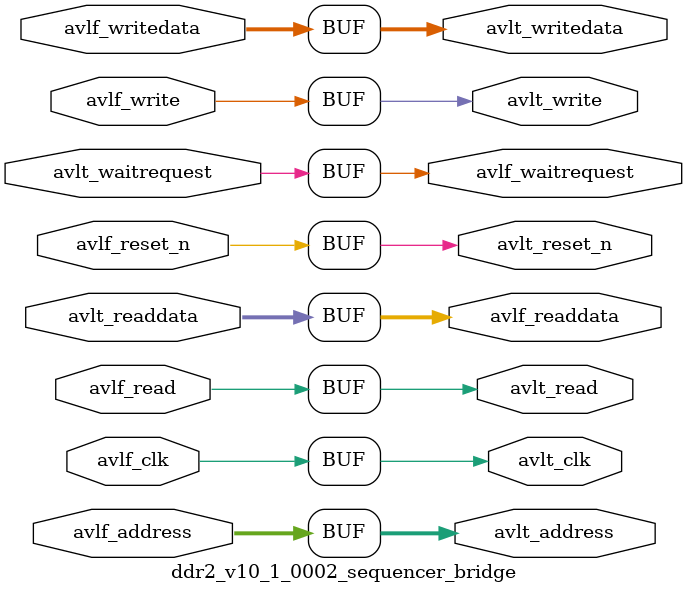
<source format=v>
module ddr2_v10_1_0002_sequencer_bridge (
	// Avalon Interface
	
	avlf_clk,
	avlf_reset_n,
	avlf_address,
	avlf_write,
	avlf_writedata,
	avlf_read,
	avlf_readdata,
	avlf_waitrequest,

	// PHY control

	avlt_clk,
	avlt_reset_n,
	avlt_address,
	avlt_write,
	avlt_writedata,
	avlt_read,
	avlt_readdata,
	avlt_waitrequest
);

	parameter AVL_DATA_WIDTH = 32;
	parameter AVL_ADDR_WIDTH = 16;

	input avlf_clk;
	input avlf_reset_n;
	input [AVL_ADDR_WIDTH - 1:0] avlf_address;
	input avlf_write;
	input [AVL_DATA_WIDTH - 1:0] avlf_writedata;
	input avlf_read;
	output [AVL_DATA_WIDTH - 1:0] avlf_readdata;
	output avlf_waitrequest;

	output avlt_clk;
	output avlt_reset_n;
	output [AVL_ADDR_WIDTH - 1:0] avlt_address;
	output avlt_write;
	output [AVL_DATA_WIDTH - 1:0] avlt_writedata;
	output avlt_read;
	input [AVL_DATA_WIDTH - 1:0] avlt_readdata;
	input avlt_waitrequest;

	assign avlt_clk = avlf_clk;
	assign avlt_reset_n = avlf_reset_n;
	assign avlt_address = avlf_address;
	assign avlt_write = avlf_write;
	assign avlt_writedata = avlf_writedata;
	assign avlt_read = avlf_read;
	assign avlf_readdata = avlt_readdata;
	assign avlf_waitrequest = avlt_waitrequest;

endmodule

</source>
